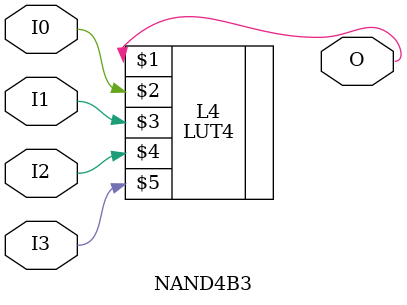
<source format=v>


`timescale  1 ps / 1 ps


module NAND4B3 (O, I0, I1, I2, I3);

    output O;

    input  I0, I1, I2, I3;

    LUT4 #(.INIT(16'hFEFF)) L4 (O, I0, I1, I2, I3);

endmodule

</source>
